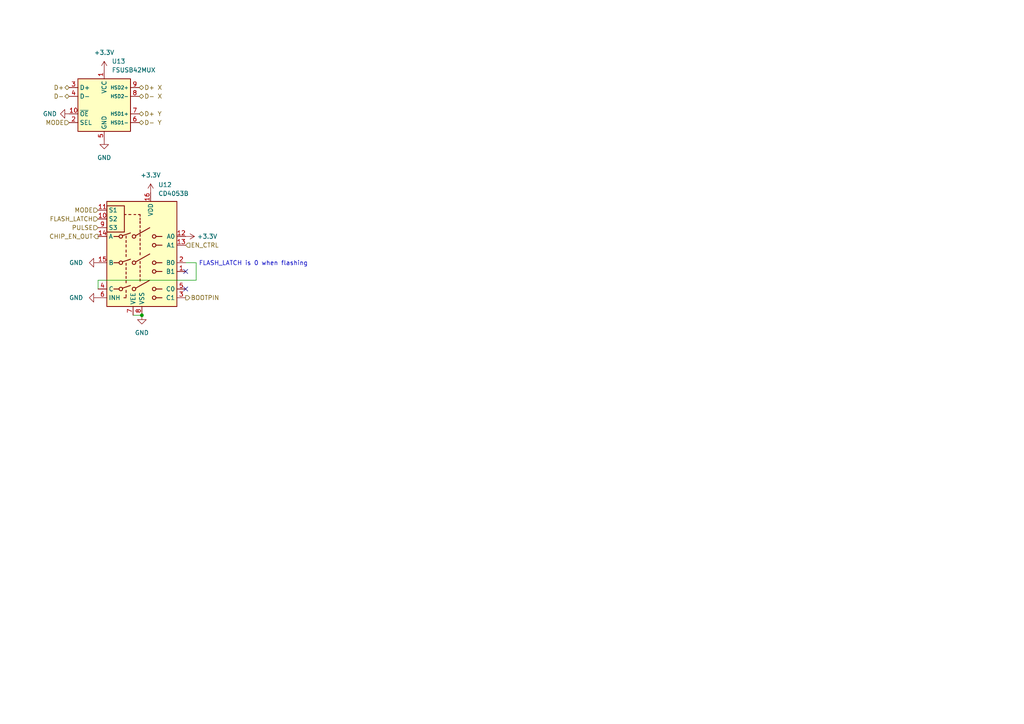
<source format=kicad_sch>
(kicad_sch (version 20230121) (generator eeschema)
  (paper "A4")
  (lib_symbols
    (symbol "Analog_Switch:CD4053B"
      (property "Reference" "U" (at -10.16 16.51 0))
      (property "Value" "CD4053B" (at 3.81 16.51 0))
      (symbol "CD4053B_0_1"
        (rectangle (start -10.16 6.35) (end -5.08 13.97) (stroke (width 0.254)))
        (rectangle (start -10.16 15.24) (end 10.16 -15.24) (stroke (width 0.254)) (fill (type background)))
        (circle (center -6.096 -10.16) (radius 0.508) (stroke (width 0.254)))
        (circle (center -6.096 -2.54) (radius 0.508) (stroke (width 0.254)))
        (circle (center -6.096 5.08) (radius 0.508) (stroke (width 0.254)))
        (circle (center -2.286 -10.16) (radius 0.508) (stroke (width 0.254)))
        (circle (center -2.286 -2.54) (radius 0.508) (stroke (width 0.254)))
        (circle (center -2.286 5.08) (radius 0.508) (stroke (width 0.254)))
        (polyline (pts (xy -8.128 -10.16) (xy -6.604 -10.16)) (stroke (width 0.254)))
        (polyline (pts (xy -8.128 -2.54) (xy -6.604 -2.54)) (stroke (width 0.254)))
        (polyline (pts (xy -8.128 5.08) (xy -6.604 5.08)) (stroke (width 0.254)))
        (polyline (pts (xy -5.588 -9.906) (xy -3.302 -9.144)) (stroke (width 0.254)))
        (polyline (pts (xy -5.588 -2.286) (xy -3.302 -1.524)) (stroke (width 0.254)))
        (polyline (pts (xy -5.588 5.334) (xy -3.302 6.096)) (stroke (width 0.254)))
        (polyline (pts (xy -4.572 -12.7) (xy -5.207 -12.7)) (stroke (width 0.254)))
        (polyline (pts (xy -4.572 -12.446) (xy -4.572 -11.811)) (stroke (width 0.254)))
        (polyline (pts (xy -4.572 -11.176) (xy -4.572 -10.541)) (stroke (width 0.254)))
        (polyline (pts (xy -4.572 -8.382) (xy -4.572 -7.747)) (stroke (width 0.254)))
        (polyline (pts (xy -4.572 -7.112) (xy -4.572 -6.477)) (stroke (width 0.254)))
        (polyline (pts (xy -4.572 -5.842) (xy -4.572 -5.207)) (stroke (width 0.254)))
        (polyline (pts (xy -4.572 -4.572) (xy -4.572 -3.937)) (stroke (width 0.254)))
        (polyline (pts (xy -4.572 -3.302) (xy -4.572 -2.667)) (stroke (width 0.254)))
        (polyline (pts (xy -4.572 -0.762) (xy -4.572 -0.127)) (stroke (width 0.254)))
        (polyline (pts (xy -4.572 0.508) (xy -4.572 1.143)) (stroke (width 0.254)))
        (polyline (pts (xy -4.572 2.032) (xy -4.572 2.667)) (stroke (width 0.254)))
        (polyline (pts (xy -4.572 3.302) (xy -4.572 3.937)) (stroke (width 0.254)))
        (polyline (pts (xy -4.572 4.572) (xy -4.572 5.207)) (stroke (width 0.254)))
        (polyline (pts (xy -4.572 11.43) (xy -5.08 11.43)) (stroke (width 0.254)))
        (polyline (pts (xy -3.81 11.43) (xy -3.175 11.43)) (stroke (width 0.254)))
        (polyline (pts (xy -1.778 -9.906) (xy 2.286 -7.62)) (stroke (width 0.254)))
        (polyline (pts (xy -1.778 -2.286) (xy 2.286 0)) (stroke (width 0.254)))
        (polyline (pts (xy -1.778 5.334) (xy 2.286 7.62)) (stroke (width 0.254)))
        (polyline (pts (xy -1.778 11.43) (xy -2.286 11.43)) (stroke (width 0.254)))
        (polyline (pts (xy -0.508 -7.874) (xy -0.508 -7.239)) (stroke (width 0.254)))
        (polyline (pts (xy -0.508 -6.604) (xy -0.508 -5.969)) (stroke (width 0.254)))
        (polyline (pts (xy -0.508 -5.334) (xy -0.508 -4.699)) (stroke (width 0.254)))
        (polyline (pts (xy -0.508 -4.064) (xy -0.508 -3.429)) (stroke (width 0.254)))
        (polyline (pts (xy -0.508 -2.794) (xy -0.508 -2.159)) (stroke (width 0.254)))
        (polyline (pts (xy -0.508 -0.254) (xy -0.508 0.381)) (stroke (width 0.254)))
        (polyline (pts (xy -0.508 1.27) (xy -0.508 1.905)) (stroke (width 0.254)))
        (polyline (pts (xy -0.508 2.54) (xy -0.508 3.175)) (stroke (width 0.254)))
        (polyline (pts (xy -0.508 3.81) (xy -0.508 4.445)) (stroke (width 0.254)))
        (polyline (pts (xy -0.508 5.08) (xy -0.508 5.715)) (stroke (width 0.254)))
        (polyline (pts (xy -0.508 6.35) (xy -0.508 6.985)) (stroke (width 0.254)))
        (polyline (pts (xy -0.508 7.62) (xy -0.508 8.255)) (stroke (width 0.254)))
        (polyline (pts (xy -0.508 8.89) (xy -0.508 9.398)) (stroke (width 0.254)))
        (polyline (pts (xy -0.508 8.89) (xy -0.508 9.525)) (stroke (width 0.254)))
        (polyline (pts (xy -0.508 9.906) (xy -0.508 10.414)) (stroke (width 0.254)))
        (polyline (pts (xy -0.508 10.922) (xy -0.508 11.43)) (stroke (width 0.254)))
        (polyline (pts (xy -0.508 11.43) (xy -1.016 11.43)) (stroke (width 0.254)))
        (polyline (pts (xy 4.064 -12.7) (xy 5.842 -12.7)) (stroke (width 0.254)))
        (polyline (pts (xy 4.064 -10.16) (xy 5.842 -10.16)) (stroke (width 0.254)))
        (polyline (pts (xy 4.064 -5.08) (xy 5.842 -5.08)) (stroke (width 0.254)))
        (polyline (pts (xy 4.064 -2.54) (xy 5.842 -2.54)) (stroke (width 0.254)))
        (polyline (pts (xy 4.064 2.54) (xy 5.842 2.54)) (stroke (width 0.254)))
        (polyline (pts (xy 4.064 5.08) (xy 5.842 5.08)) (stroke (width 0.254)))
        (circle (center 3.556 -12.7) (radius 0.508) (stroke (width 0.254)))
        (circle (center 3.556 -10.16) (radius 0.508) (stroke (width 0.254)))
        (circle (center 3.556 -5.08) (radius 0.508) (stroke (width 0.254)))
        (circle (center 3.556 -2.54) (radius 0.508) (stroke (width 0.254)))
        (circle (center 3.556 2.54) (radius 0.508) (stroke (width 0.254)))
        (circle (center 3.556 5.08) (radius 0.508) (stroke (width 0.254)))
      )
      (symbol "CD4053B_1_1"
        (pin bidirectional line (at 12.7 -5.08 180) (length 2.54) (name "B1") (number "1"))
        (pin input line (at -12.7 10.16 0) (length 2.54) (name "S2") (number "10"))
        (pin input line (at -12.7 12.7 0) (length 2.54) (name "S1") (number "11"))
        (pin bidirectional line (at 12.7 5.08 180) (length 2.54) (name "A0") (number "12"))
        (pin bidirectional line (at 12.7 2.54 180) (length 2.54) (name "A1") (number "13"))
        (pin bidirectional line (at -12.7 5.08 0) (length 2.54) (name "A") (number "14"))
        (pin bidirectional line (at -12.7 -2.54 0) (length 2.54) (name "B") (number "15"))
        (pin power_in line (at 2.54 17.78 270) (length 2.54) (name "VDD") (number "16"))
        (pin bidirectional line (at 12.7 -2.54 180) (length 2.54) (name "B0") (number "2"))
        (pin bidirectional line (at 12.7 -12.7 180) (length 2.54) (name "C1") (number "3"))
        (pin bidirectional line (at -12.7 -10.16 0) (length 2.54) (name "C") (number "4"))
        (pin bidirectional line (at 12.7 -10.16 180) (length 2.54) (name "C0") (number "5"))
        (pin input line (at -12.7 -12.7 0) (length 2.54) (name "INH") (number "6"))
        (pin power_in line (at -2.54 -17.78 90) (length 2.54) (name "VEE") (number "7"))
        (pin power_in line (at 0 -17.78 90) (length 2.54) (name "VSS") (number "8"))
        (pin input line (at -12.7 7.62 0) (length 2.54) (name "S3") (number "9"))
      )
    )
    (symbol "Interface_USB:FSUSB42MUX"
      (property "Reference" "U" (at -6.35 8.89 0))
      (property "Value" "FSUSB42MUX" (at 7.62 8.89 0))
      (symbol "FSUSB42MUX_0_1"
        (rectangle (start 7.62 7.62) (end -7.62 -7.62) (stroke (width 0.254)) (fill (type background)))
      )
      (symbol "FSUSB42MUX_1_1"
        (pin power_in line (at 0 10.16 270) (length 2.54) (name "VCC") (number "1"))
        (pin input line (at -10.16 -2.54 0) (length 2.54) (name "~{OE}") (number "10"))
        (pin input line (at -10.16 -5.08 0) (length 2.54) (name "SEL") (number "2"))
        (pin bidirectional line (at -10.16 5.08 0) (length 2.54) (name "D+") (number "3"))
        (pin bidirectional line (at -10.16 2.54 0) (length 2.54) (name "D-") (number "4"))
        (pin power_in line (at 0 -10.16 90) (length 2.54) (name "GND") (number "5"))
        (pin bidirectional line (at 10.16 -5.08 180) (length 2.54) (name "HSD1-") (number "6"))
        (pin bidirectional line (at 10.16 -2.54 180) (length 2.54) (name "HSD1+") (number "7"))
        (pin bidirectional line (at 10.16 2.54 180) (length 2.54) (name "HSD2-") (number "8"))
        (pin bidirectional line (at 10.16 5.08 180) (length 2.54) (name "HSD2+") (number "9"))
      )
    )
    (symbol "power:+3.3V" (power) (pin_names (offset 0))
      (property "Value" "+3.3V" (at 0 3.556 0))
      (symbol "+3.3V_0_1"
        (polyline (pts (xy -0.762 1.27) (xy 0 2.54)))
        (polyline (pts (xy 0 0) (xy 0 2.54)))
        (polyline (pts (xy 0 2.54) (xy 0.762 1.27)))
      )
      (symbol "+3.3V_1_1"
        (pin power_in line (at 0 0 90) (length 0) hide (name "+3.3V") (number "1"))
      )
    )
    (symbol "power:GND" (power) (pin_names (offset 0))
      (property "Value" "GND" (at 0 -3.81 0))
      (symbol "GND_0_1"
        (polyline (pts (xy 0 0) (xy 0 -1.27) (xy 1.27 -1.27) (xy 0 -2.54) (xy -1.27 -1.27) (xy 0 -1.27)))
      )
      (symbol "GND_1_1"
        (pin power_in line (at 0 0 270) (length 0) hide (name "GND") (number "1"))
      )
    )
  )
  (junction (at 41.148 91.44))
  (no_connect (at 53.848 83.82))
  (no_connect (at 53.848 78.74))
  (wire (pts (xy 56.896 76.2) (xy 56.896 81.28)))
  (wire (pts (xy 56.896 81.28) (xy 28.448 81.28)))
  (wire (pts (xy 53.848 76.2) (xy 56.896 76.2)))
  (wire (pts (xy 28.448 81.28) (xy 28.448 83.82)))
  (wire (pts (xy 38.608 91.44) (xy 41.148 91.44)))
  (text "FLASH_LATCH is 0 when flashing" (at 57.658 77.216 0) (effects (font (size 1.27 1.27)) (justify left bottom)))
  (hierarchical_label "D+ Y" (shape bidirectional) (at 40.386 33.02 0))
  (hierarchical_label "D- Y" (shape bidirectional) (at 40.386 35.56 0))
  (hierarchical_label "EN_CTRL" (shape input) (at 53.848 71.12 0))
  (hierarchical_label "D-" (shape bidirectional) (at 20.066 27.94 180))
  (hierarchical_label "FLASH_LATCH" (shape input) (at 28.448 63.5 180))
  (hierarchical_label "D- X" (shape bidirectional) (at 40.386 27.94 0))
  (hierarchical_label "D+ X" (shape bidirectional) (at 40.386 25.4 0))
  (hierarchical_label "BOOTPIN" (shape output) (at 53.848 86.36 0))
  (hierarchical_label "MODE" (shape input) (at 20.066 35.56 180))
  (hierarchical_label "CHIP_EN_OUT" (shape output) (at 28.448 68.58 180))
  (hierarchical_label "MODE" (shape input) (at 28.448 60.96 180))
  (hierarchical_label "PULSE" (shape input) (at 28.448 66.04 180))
  (hierarchical_label "D+" (shape bidirectional) (at 20.066 25.4 180))
  (symbol (lib_id "power:GND") (at 30.226 40.64 0) (unit 1)
    (property "Reference" "#PWR037" (effects hide))
    (property "Value" "GND" (at 30.226 45.72 0))
  )
  (symbol (lib_id "power:GND") (at 41.148 91.44 0) (unit 1)
    (property "Reference" "#PWR010" (effects hide))
    (property "Value" "GND" (at 41.148 96.52 0))
  )
  (symbol (lib_id "power:GND") (at 20.066 33.02 270) (unit 1)
    (property "Reference" "#PWR09" (effects hide))
    (property "Value" "GND" (at 16.51 33.02 90) (effects (justify right)))
  )
  (symbol (lib_id "power:GND") (at 28.448 86.36 270) (unit 1)
    (property "Reference" "#PWR041" (effects hide))
    (property "Value" "GND" (at 24.13 86.36 90) (effects (justify right)))
  )
  (symbol (lib_id "power:GND") (at 28.448 76.2 270) (unit 1)
    (property "Reference" "#PWR049" (effects hide))
    (property "Value" "GND" (at 24.13 76.2 90) (effects (justify right)))
  )
  (symbol (lib_id "Analog_Switch:CD4053B") (at 41.148 73.66 0) (unit 1)
    (property "Reference" "U12" (at 45.8821 53.594 0) (effects (justify left)))
    (property "Value" "CD4053B" (at 45.8821 56.134 0) (effects (justify left)))
    (property "Footprint" "footprints:PW0016A_N" (effects hide))
    (property "Datasheet" "http://www.ti.com/lit/ds/symlink/cd4052b.pdf" (effects hide))
  )
  (symbol (lib_id "power:+3.3V") (at 43.688 55.88 0) (unit 1)
    (property "Reference" "#PWR024" (effects hide))
    (property "Value" "+3.3V" (at 43.688 50.8 0))
  )
  (symbol (lib_id "Interface_USB:FSUSB42MUX") (at 30.226 30.48 0) (unit 1)
    (property "Reference" "U13" (at 32.4201 17.78 0) (effects (justify left)))
    (property "Value" "FSUSB42MUX" (at 32.4201 20.32 0) (effects (justify left)))
    (property "Footprint" "Package_SO:MSOP-10_3x3mm_P0.5mm" (effects hide))
    (property "Datasheet" "https://www.onsemi.com/pub/Collateral/FSUSB42-D.PDF" (effects hide))
  )
  (symbol (lib_id "power:+3.3V") (at 53.848 68.58 270) (unit 1)
    (property "Reference" "#PWR038" (effects hide))
    (property "Value" "+3.3V" (at 57.15 68.58 90) (effects (justify left)))
  )
  (symbol (lib_id "power:+3.3V") (at 30.226 20.32 0) (unit 1)
    (property "Reference" "#PWR048" (effects hide))
    (property "Value" "+3.3V" (at 30.226 15.24 0))
  )
)
</source>
